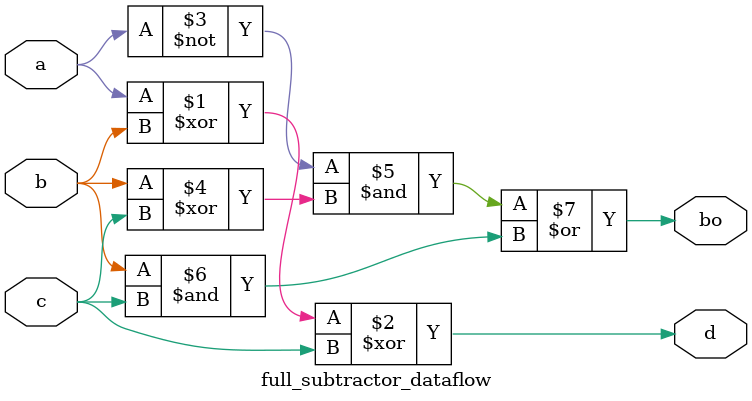
<source format=v>
`timescale 10ns/10ps

module full_subtractor_dataflow(a,b,c,d,bo);
input a,b,c;
output d,bo;

assign d  = a ^ b ^ c;
assign bo = ~a & (b^c) | b & c;

endmodule
</source>
